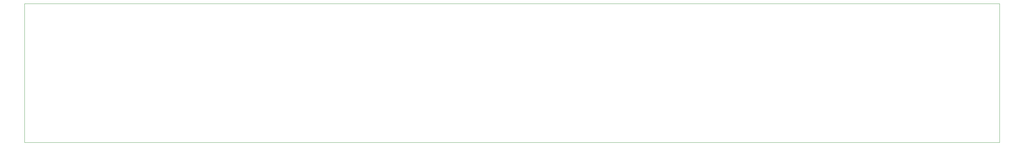
<source format=gbr>
G04 #@! TF.GenerationSoftware,KiCad,Pcbnew,(5.1.5)-3*
G04 #@! TF.CreationDate,2020-06-27T01:24:02-04:00*
G04 #@! TF.ProjectId,ssr cavity multiplexer,73737220-6361-4766-9974-79206d756c74,rev?*
G04 #@! TF.SameCoordinates,Original*
G04 #@! TF.FileFunction,Profile,NP*
%FSLAX46Y46*%
G04 Gerber Fmt 4.6, Leading zero omitted, Abs format (unit mm)*
G04 Created by KiCad (PCBNEW (5.1.5)-3) date 2020-06-27 01:24:02*
%MOMM*%
%LPD*%
G04 APERTURE LIST*
%ADD10C,0.050000*%
G04 APERTURE END LIST*
D10*
X289814000Y-114808000D02*
X289814000Y-130810000D01*
X250952000Y-114808000D02*
X289814000Y-114808000D01*
X16764000Y-114808000D02*
X250952000Y-114808000D01*
X16764000Y-115316000D02*
X16764000Y-114808000D01*
X16764000Y-116078000D02*
X16764000Y-115316000D01*
X16764000Y-117856000D02*
X16764000Y-116078000D01*
X16764000Y-153924000D02*
X16764000Y-117856000D01*
X18288000Y-153924000D02*
X16764000Y-153924000D01*
X54356000Y-153924000D02*
X18288000Y-153924000D01*
X151638000Y-153924000D02*
X54356000Y-153924000D01*
X218948000Y-153924000D02*
X151638000Y-153924000D01*
X250952000Y-153924000D02*
X218948000Y-153924000D01*
X289814000Y-153924000D02*
X250952000Y-153924000D01*
X289814000Y-153162000D02*
X289814000Y-153924000D01*
X289814000Y-130810000D02*
X289814000Y-153162000D01*
M02*

</source>
